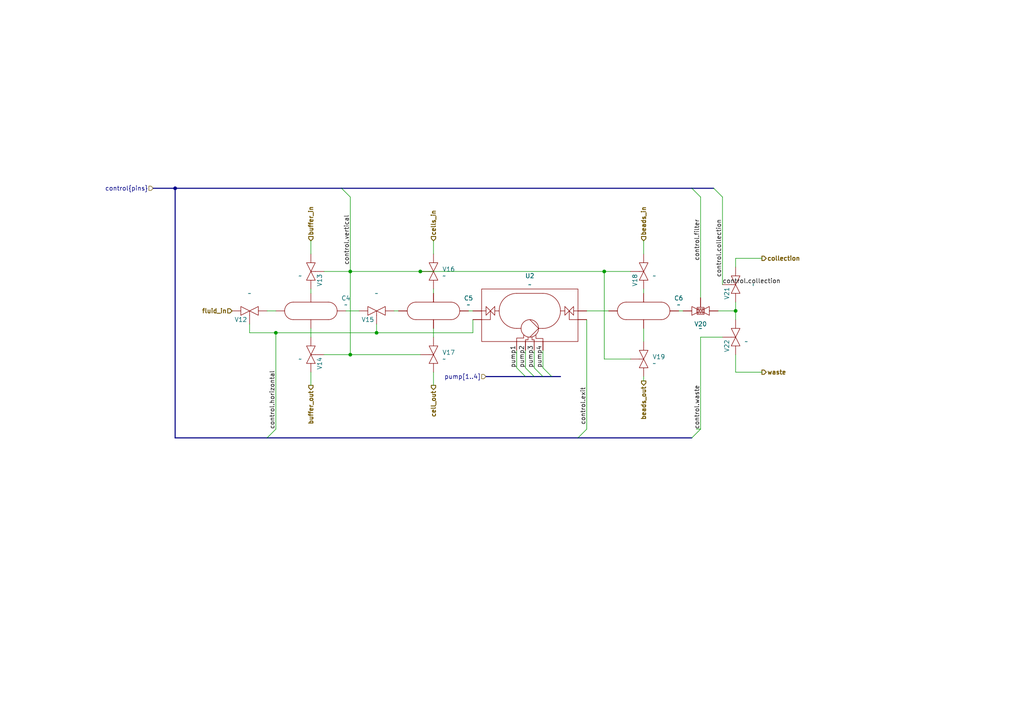
<source format=kicad_sch>
(kicad_sch (version 20231120) (generator "eeschema") (generator_version "8.0")
  (paper "A4")
  (lib_symbols
    (symbol "mfda:chamber_wash" (pin_numbers hide) (pin_names hide)
      (property "Reference" "C" (at -5.08 3.81 0))
      (symbol "chamber_wash_1_1"
        (arc (start -7.62 0) (mid -6.8754 -1.7954) (end -5.08 -2.54))
        (arc (start -5.08 2.54) (mid -6.8754 1.7954) (end -7.62 0))
        (polyline (pts (xy -5.08 -2.54) (xy 5.08 -2.54)))
        (polyline (pts (xy 5.08 2.54) (xy -5.08 2.54)))
        (arc (start 5.0809 -2.5413) (mid 6.8765 -1.7963) (end 7.62 0))
        (arc (start 7.62 0) (mid 6.8754 1.7954) (end 5.08 2.54))
        (pin input line (at -10.16 0 0) (length 2.54) (name "in") (number ""))
        (pin output line (at 10.16 0 180) (length 2.54) (name "out") (number "2"))
        (pin input line (at 0 5.08 270) (length 2.54) (name "flush_in") (number "3"))
        (pin output line (at 0 -5.08 90) (length 2.54) (name "flush_out") (number "4"))
      )
    )
    (symbol "mfda:circulator" (pin_numbers hide) (pin_names hide)
      (property "Reference" "U" (at -13.335 7.62 0))
      (symbol "circulator_0_1"
        (rectangle (start -13.97 6.35) (end 13.97 -8.89))
        (polyline (pts (xy -2.54 -7.62) (xy -2.54 -7.62)))
        (polyline (pts (xy -2.54 -7.62) (xy -2.54 -7.62)))
        (polyline (pts (xy 3.81 5.08) (xy -3.81 5.08)))
        (polyline (pts (xy 12.7 0) (xy 13.97 0)))
        (polyline (pts (xy -11.43 0) (xy -11.43 -2.54) (xy -13.97 -2.54)))
        (polyline (pts (xy 11.43 0) (xy 11.43 -2.54) (xy 13.97 -2.54)))
        (polyline (pts (xy -3.81 -8.89) (xy -3.81 -7.874) (xy -1.778 -7.874) (xy -1.778 -6.985)))
        (polyline (pts (xy -1.27 -8.89) (xy -1.27 -8.382) (xy -0.508 -8.382) (xy -0.508 -7.62)))
        (polyline (pts (xy 1.27 -8.89) (xy 1.27 -8.382) (xy 0.635 -8.382) (xy 0.635 -7.62)))
        (polyline (pts (xy 3.81 -8.89) (xy 3.81 -8.001) (xy 1.778 -8.001) (xy 1.778 -6.985)))
        (polyline (pts (xy -10.16 1.27) (xy -12.7 -1.27) (xy -12.7 1.27) (xy -10.16 -1.27) (xy -10.16 1.27)))
        (polyline (pts (xy 10.16 1.27) (xy 12.7 -1.27) (xy 12.7 1.27) (xy 10.16 -1.27) (xy 10.16 1.27)))
      )
      (symbol "circulator_1_1"
        (arc (start -8.89 0) (mid -7.4021 -3.5921) (end -3.81 -5.08))
        (arc (start -3.81 5.08) (mid -7.4021 3.5921) (end -8.89 0))
        (circle (center 0 -5.08) (radius 2.54))
        (polyline (pts (xy -13.97 0) (xy -12.7 0)))
        (polyline (pts (xy -10.16 0) (xy -8.89 0)))
        (polyline (pts (xy -2.54 -5.08) (xy -3.81 -5.08)))
        (polyline (pts (xy 0 -7.62) (xy 2.54 -5.08)))
        (polyline (pts (xy 0 -2.54) (xy 2.54 -5.08)))
        (polyline (pts (xy 2.54 -5.08) (xy 3.81 -5.08)))
        (polyline (pts (xy 10.16 0) (xy 8.89 0)))
        (arc (start 3.81 -5.08) (mid 7.4021 -3.5921) (end 8.89 0))
        (arc (start 8.89 0) (mid 7.4021 3.5921) (end 3.81 5.08))
        (pin input line (at -16.51 0 0) (length 2.54) (name "in") (number "1"))
        (pin input line (at -16.51 -2.54 0) (length 2.54) (name "in_ctrl") (number "2"))
        (pin input line (at -3.81 -11.43 90) (length 2.54) (name "pump_a") (number "3"))
        (pin input line (at -1.27 -11.43 90) (length 2.54) (name "pump_b") (number "4"))
        (pin input line (at 1.27 -11.43 90) (length 2.54) (name "pump_c") (number "5"))
        (pin input line (at 3.81 -11.43 90) (length 2.54) (name "pump_d") (number "6"))
        (pin output line (at 16.51 0 180) (length 2.54) (name "out") (number "7"))
        (pin input line (at 16.51 -2.54 180) (length 2.54) (name "out_ctrl") (number "8"))
      )
    )
    (symbol "mfda:valve" (pin_numbers hide) (pin_names hide)
      (property "Reference" "V" (at -2.54 2.54 0))
      (symbol "valve_0_1"
        (polyline (pts (xy 0 1.27) (xy 0 0)))
        (polyline (pts (xy -2.54 1.27) (xy 2.54 -1.27) (xy 2.54 1.27) (xy -2.54 -1.27) (xy -2.54 1.27)))
      )
      (symbol "valve_1_1"
        (pin bidirectional line (at -5.08 0 0) (length 2.54) (name "left") (number "1"))
        (pin bidirectional line (at 5.08 0 180) (length 2.54) (name "right") (number "2"))
        (pin input line (at 0 3.81 270) (length 2.54) (name "control") (number "3"))
      )
    )
    (symbol "mfda:valve_sieve" (pin_numbers hide) (pin_names hide)
      (property "Reference" "V" (at -2.54 2.54 0))
      (symbol "valve_sieve_0_1"
        (rectangle (start -1.016 1.016) (end 1.016 -1.016))
        (circle (center -0.635 -0.508) (radius 0.1796))
        (circle (center -0.635 0.508) (radius 0.1796))
        (circle (center -0.381 0) (radius 0.1796))
        (circle (center 0 -0.508) (radius 0.1796))
        (polyline (pts (xy 0 1.27) (xy 0 1.016)))
        (polyline (pts (xy -2.54 -1.27) (xy -1.016 -0.508) (xy -1.016 0.508) (xy -2.54 1.27) (xy -2.54 -1.27)))
        (polyline (pts (xy 2.54 -1.27) (xy 1.016 -0.508) (xy 1.016 0.508) (xy 2.54 1.27) (xy 2.54 -1.27)))
        (circle (center 0 0.508) (radius 0.1796))
        (circle (center 0.381 0) (radius 0.1796))
        (circle (center 0.635 -0.508) (radius 0.1796))
        (circle (center 0.635 0.508) (radius 0.1796))
      )
      (symbol "valve_sieve_1_1"
        (pin input line (at -5.08 0 0) (length 2.54) (name "in") (number "1"))
        (pin output line (at 5.08 0 180) (length 2.54) (name "out") (number "2"))
        (pin input line (at 0 3.81 270) (length 2.54) (name "control") (number "3"))
      )
    )
  )
  (junction (at 101.6 78.74))
  (junction (at 121.92 78.74))
  (junction (at 175.26 78.74))
  (junction (at 50.8 54.61))
  (junction (at 213.36 90.17))
  (junction (at 101.6 102.87))
  (junction (at 109.22 96.52))
  (junction (at 80.01 96.52))
  (bus_entry (at 154.94 109.22) (size -2.54 -2.54))
  (bus_entry (at 152.4 109.22) (size -2.54 -2.54))
  (bus_entry (at 200.66 54.61) (size 2.54 2.54))
  (bus_entry (at 207.01 54.61) (size 2.54 2.54))
  (bus_entry (at 77.47 127) (size 2.54 -2.54))
  (bus_entry (at 157.48 109.22) (size -2.54 -2.54))
  (bus_entry (at 167.64 127) (size 2.54 -2.54))
  (bus_entry (at 160.02 109.22) (size -2.54 -2.54))
  (bus_entry (at 99.06 54.61) (size 2.54 2.54))
  (bus_entry (at 200.66 127) (size 2.54 -2.54))
  (bus (pts (xy 99.06 54.61) (xy 200.66 54.61)))
  (wire (pts (xy 213.36 102.87) (xy 213.36 107.95)))
  (bus (pts (xy 140.97 109.22) (xy 152.4 109.22)))
  (wire (pts (xy 196.85 90.17) (xy 198.12 90.17)))
  (wire (pts (xy 175.26 78.74) (xy 182.88 78.74)))
  (bus (pts (xy 77.47 127) (xy 167.64 127)))
  (wire (pts (xy 125.73 107.95) (xy 125.73 111.76)))
  (bus (pts (xy 154.94 109.22) (xy 157.48 109.22)))
  (wire (pts (xy 186.69 109.22) (xy 186.69 110.49)))
  (wire (pts (xy 101.6 78.74) (xy 121.92 78.74)))
  (wire (pts (xy 203.2 97.79) (xy 203.2 124.46)))
  (wire (pts (xy 121.92 78.74) (xy 175.26 78.74)))
  (wire (pts (xy 125.73 83.82) (xy 125.73 85.09)))
  (wire (pts (xy 100.33 90.17) (xy 104.14 90.17)))
  (wire (pts (xy 90.17 69.85) (xy 90.17 73.66)))
  (bus (pts (xy 200.66 54.61) (xy 207.01 54.61)))
  (bus (pts (xy 50.8 54.61) (xy 50.8 127)))
  (wire (pts (xy 152.4 106.68) (xy 152.4 101.6)))
  (wire (pts (xy 203.2 124.46) (xy 201.93 124.46)))
  (wire (pts (xy 170.18 92.71) (xy 170.18 124.46)))
  (wire (pts (xy 182.88 104.14) (xy 175.26 104.14)))
  (wire (pts (xy 213.36 87.63) (xy 213.36 90.17)))
  (wire (pts (xy 157.48 106.68) (xy 157.48 101.6)))
  (bus (pts (xy 167.64 127) (xy 200.66 127)))
  (wire (pts (xy 90.17 95.25) (xy 90.17 97.79)))
  (wire (pts (xy 203.2 97.79) (xy 209.55 97.79)))
  (wire (pts (xy 154.94 106.68) (xy 154.94 101.6)))
  (wire (pts (xy 72.39 96.52) (xy 72.39 93.98)))
  (wire (pts (xy 80.01 96.52) (xy 80.01 124.46)))
  (wire (pts (xy 208.28 90.17) (xy 213.36 90.17)))
  (wire (pts (xy 213.36 107.95) (xy 220.98 107.95)))
  (wire (pts (xy 101.6 102.87) (xy 121.92 102.87)))
  (wire (pts (xy 90.17 107.95) (xy 90.17 111.76)))
  (wire (pts (xy 137.16 96.52) (xy 109.22 96.52)))
  (wire (pts (xy 170.18 90.17) (xy 176.53 90.17)))
  (wire (pts (xy 101.6 78.74) (xy 101.6 102.87)))
  (wire (pts (xy 175.26 78.74) (xy 175.26 104.14)))
  (wire (pts (xy 101.6 57.15) (xy 101.6 78.74)))
  (wire (pts (xy 149.86 106.68) (xy 149.86 101.6)))
  (wire (pts (xy 213.36 74.93) (xy 220.98 74.93)))
  (wire (pts (xy 203.2 57.15) (xy 203.2 86.36)))
  (bus (pts (xy 160.02 109.22) (xy 162.56 109.22)))
  (bus (pts (xy 50.8 54.61) (xy 99.06 54.61)))
  (wire (pts (xy 125.73 69.85) (xy 125.73 73.66)))
  (wire (pts (xy 186.69 83.82) (xy 186.69 85.09)))
  (bus (pts (xy 157.48 109.22) (xy 160.02 109.22)))
  (bus (pts (xy 50.8 127) (xy 77.47 127)))
  (wire (pts (xy 80.01 96.52) (xy 109.22 96.52)))
  (wire (pts (xy 77.47 90.17) (xy 80.01 90.17)))
  (wire (pts (xy 135.89 90.17) (xy 137.16 90.17)))
  (wire (pts (xy 93.98 78.74) (xy 101.6 78.74)))
  (wire (pts (xy 213.36 77.47) (xy 213.36 74.93)))
  (wire (pts (xy 186.69 69.85) (xy 186.69 73.66)))
  (wire (pts (xy 209.55 57.15) (xy 209.55 82.55)))
  (wire (pts (xy 109.22 93.98) (xy 109.22 96.52)))
  (wire (pts (xy 213.36 90.17) (xy 213.36 92.71)))
  (wire (pts (xy 93.98 102.87) (xy 101.6 102.87)))
  (wire (pts (xy 114.3 90.17) (xy 115.57 90.17)))
  (wire (pts (xy 137.16 96.52) (xy 137.16 92.71)))
  (bus (pts (xy 152.4 109.22) (xy 154.94 109.22)))
  (wire (pts (xy 125.73 95.25) (xy 125.73 97.79)))
  (bus (pts (xy 44.45 54.61) (xy 50.8 54.61)))
  (wire (pts (xy 72.39 96.52) (xy 80.01 96.52)))
  (wire (pts (xy 186.69 95.25) (xy 186.69 99.06)))
  (wire (pts (xy 90.17 83.82) (xy 90.17 85.09)))
  (label "pump2" (at 152.4 106.68 90))
  (label "control.exit" (at 170.18 123.19 90))
  (label "control.filter" (at 203.2 63.5 270))
  (label "control.horizontal" (at 80.01 124.46 90))
  (label "control.waste" (at 203.2 124.46 90))
  (label "pump4" (at 157.48 106.68 90))
  (label "control.collection" (at 209.55 63.5 270))
  (label "pump1" (at 149.86 106.68 90))
  (label "control.vertical" (at 101.6 62.23 270))
  (label "pump3" (at 154.94 106.68 90))
  (label "control.collection" (at 209.55 82.55 0))
  (hierarchical_label "waste" (shape output) (at 220.98 107.95 0) (effects (font (bold yes))))
  (hierarchical_label "collection" (shape output) (at 220.98 74.93 0) (effects (font (bold yes))))
  (hierarchical_label "cells_in" (shape input) (at 125.73 69.85 90) (effects (font (bold yes))))
  (hierarchical_label "pump[1..4]" (shape input) (at 140.97 109.22 180))
  (hierarchical_label "buffer_out" (shape output) (at 90.17 111.76 270) (effects (font (bold yes))))
  (hierarchical_label "control{pins}" (shape input) (at 44.45 54.61 180))
  (hierarchical_label "beads_in" (shape input) (at 186.69 69.85 90) (effects (font (bold yes))))
  (hierarchical_label "fluid_in" (shape input) (at 67.31 90.17 180) (effects (font (bold yes))))
  (hierarchical_label "cell_out" (shape output) (at 125.73 111.76 270) (effects (font (bold yes))))
  (hierarchical_label "buffer_in" (shape input) (at 90.17 69.85 90) (effects (font (bold yes))))
  (hierarchical_label "beads_out" (shape output) (at 186.69 110.49 270) (effects (font (bold yes))))
  (symbol (lib_id "mfda:valve") (at 90.17 78.74 270) (mirror x) (unit 1)
    (property "Reference" "V13" (at 92.71 81.28 0))
    (property "Value" "~" (at 87.63 80.01 90) (effects (justify right)))
    (instances (project "nucleaic_acid_process" (path "" (reference "V13") (unit 1)) (path "" (reference "V6") (unit 1)) (path "" (reference "V28") (unit 1))))
  )
  (symbol (lib_id "mfda:chamber_wash") (at 186.69 90.17 0) (unit 1)
    (property "Reference" "C6" (at 196.85 86.4868 0))
    (property "Value" "~" (at 196.85 88.3919 0))
    (instances (project "nucleaic_acid_process" (path "" (reference "C6") (unit 1)) (path "" (reference "C3") (unit 1)) (path "" (reference "C9") (unit 1))))
  )
  (symbol (lib_id "mfda:valve") (at 90.17 102.87 270) (mirror x) (unit 1)
    (property "Reference" "V14" (at 92.71 105.41 0))
    (property "Value" "~" (at 87.63 104.14 90) (effects (justify right)))
    (instances (project "nucleaic_acid_process" (path "" (reference "V14") (unit 1)) (path "" (reference "V7") (unit 1)) (path "" (reference "V29") (unit 1))))
  )
  (symbol (lib_id "mfda:valve") (at 125.73 78.74 90) (unit 1)
    (property "Reference" "V16" (at 128.27 78.1049 90) (effects (justify right)))
    (property "Value" "~" (at 128.27 80.01 90) (effects (justify right)))
    (instances (project "nucleaic_acid_process" (path "" (reference "V16") (unit 1)) (path "" (reference "V9") (unit 1)) (path "" (reference "V31") (unit 1))))
  )
  (symbol (lib_id "mfda:valve") (at 213.36 97.79 90) (unit 1)
    (property "Reference" "V22" (at 210.82 100.33 0))
    (property "Value" "~" (at 215.9 99.06 90) (effects (justify right)))
    (instances (project "nucleaic_acid_process" (path "" (reference "V22") (unit 1)) (path "" (reference "V26") (unit 1)) (path "" (reference "V37") (unit 1))))
  )
  (symbol (lib_id "mfda:valve") (at 125.73 102.87 90) (unit 1)
    (property "Reference" "V17" (at 128.27 102.2349 90) (effects (justify right)))
    (property "Value" "~" (at 128.27 104.14 90) (effects (justify right)))
    (instances (project "nucleaic_acid_process" (path "" (reference "V17") (unit 1)) (path "" (reference "V10") (unit 1)) (path "" (reference "V32") (unit 1))))
  )
  (symbol (lib_id "mfda:chamber_wash") (at 125.73 90.17 0) (unit 1)
    (property "Reference" "C5" (at 135.89 86.4868 0))
    (property "Value" "~" (at 135.89 88.3919 0))
    (instances (project "nucleaic_acid_process" (path "" (reference "C5") (unit 1)) (path "" (reference "C2") (unit 1)) (path "" (reference "C8") (unit 1))))
  )
  (symbol (lib_id "mfda:valve_sieve") (at 203.2 90.17 0) (unit 1)
    (property "Reference" "V20" (at 203.2 93.98 0))
    (property "Value" "~" (at 203.2 95.25 0))
    (instances (project "nucleaic_acid_process" (path "" (reference "V20") (unit 1)) (path "" (reference "V24") (unit 1)) (path "" (reference "V35") (unit 1))))
  )
  (symbol (lib_id "mfda:valve") (at 213.36 82.55 90) (unit 1)
    (property "Reference" "V21" (at 210.82 85.09 0))
    (property "Value" "~" (at 218.44 82.55 0))
    (instances (project "nucleaic_acid_process" (path "" (reference "V21") (unit 1)) (path "" (reference "V25") (unit 1)) (path "" (reference "V36") (unit 1))))
  )
  (symbol (lib_id "mfda:valve") (at 186.69 78.74 90) (unit 1)
    (property "Reference" "V18" (at 184.15 81.28 0))
    (property "Value" "~" (at 189.23 80.01 90) (effects (justify right)))
    (instances (project "nucleaic_acid_process" (path "" (reference "V18") (unit 1)) (path "" (reference "V11") (unit 1)) (path "" (reference "V33") (unit 1))))
  )
  (symbol (lib_id "mfda:valve") (at 186.69 104.14 90) (unit 1)
    (property "Reference" "V19" (at 189.23 103.5049 90) (effects (justify right)))
    (property "Value" "~" (at 189.23 105.41 90) (effects (justify right)))
    (instances (project "nucleaic_acid_process" (path "" (reference "V19") (unit 1)) (path "" (reference "V23") (unit 1)) (path "" (reference "V34") (unit 1))))
  )
  (symbol (lib_id "mfda:chamber_wash") (at 90.17 90.17 0) (unit 1)
    (property "Reference" "C4" (at 100.33 86.4868 0))
    (property "Value" "~" (at 100.33 88.3919 0))
    (instances (project "nucleaic_acid_process" (path "" (reference "C4") (unit 1)) (path "" (reference "C1") (unit 1)) (path "" (reference "C7") (unit 1))))
  )
  (symbol (lib_id "mfda:circulator") (at 153.67 90.17 0) (unit 1)
    (property "Reference" "U2" (at 153.67 80.01 0))
    (property "Value" "~" (at 153.67 82.55 0))
    (instances (project "nucleaic_acid_process" (path "" (reference "U2") (unit 1)) (path "" (reference "U1") (unit 1)) (path "" (reference "U3") (unit 1))))
  )
  (symbol (lib_id "mfda:valve") (at 72.39 90.17 0) (mirror x) (unit 1)
    (property "Reference" "V12" (at 69.85 92.71 0))
    (property "Value" "~" (at 72.39 85.09 0))
    (instances (project "nucleaic_acid_process" (path "" (reference "V12") (unit 1)) (path "" (reference "V5") (unit 1)) (path "" (reference "V27") (unit 1))))
  )
  (symbol (lib_id "mfda:valve") (at 109.22 90.17 0) (mirror x) (unit 1)
    (property "Reference" "V15" (at 106.68 92.71 0))
    (property "Value" "~" (at 109.22 85.09 0))
    (instances (project "nucleaic_acid_process" (path "" (reference "V15") (unit 1)) (path "" (reference "V8") (unit 1)) (path "" (reference "V30") (unit 1))))
  )
)
</source>
